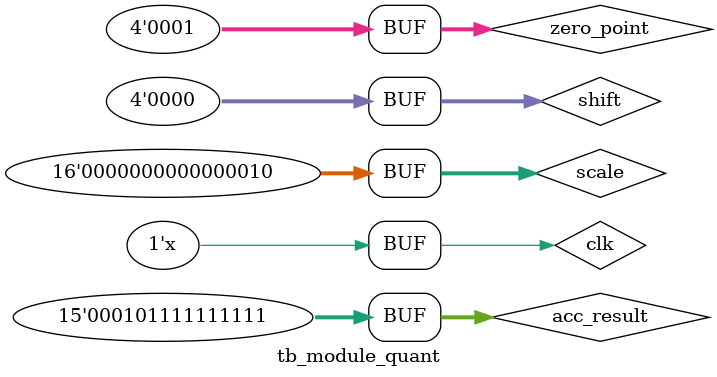
<source format=v>
`timescale 1ns/1ns
module tb_module_quant();
    reg clk;
    reg [14:0] acc_result;
    reg [15:0] scale;
    reg [3:0] shift;
    reg [3:0] zero_point;
	wire [3:0] quant_result;

    initial begin
        clk<=1;
        #20
        acc_result<=14'b0101111111111;
        scale<=2;
        shift<=0;
        zero_point<=1;
        
    end
    always #10 clk=~clk;
    module_quant u_module_quant(
        .clk(clk),
        .acc_result(acc_result),
        .scale(scale),
        .shift(shift),
        .zero_point(zero_point),
        .quant_result(quant_result)

    );
endmodule
</source>
